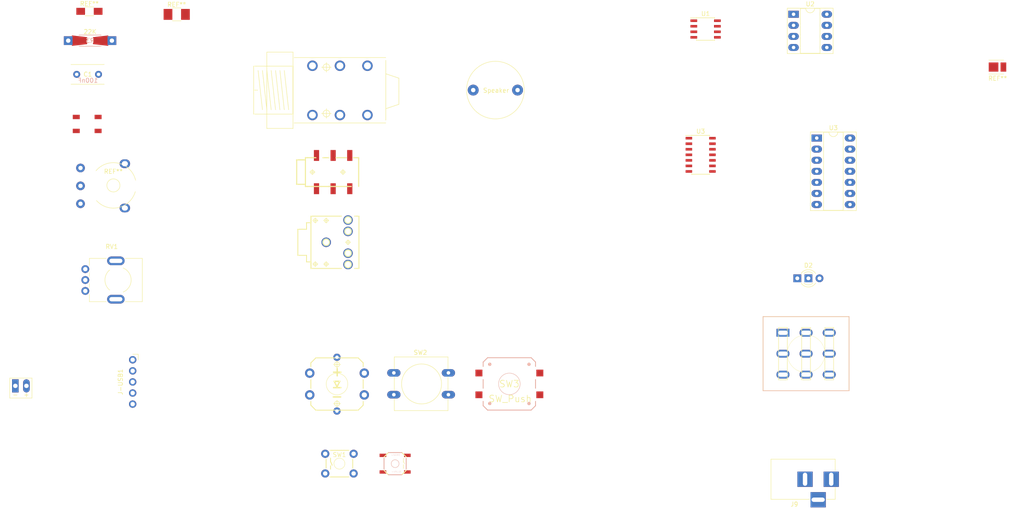
<source format=kicad_pcb>
(kicad_pcb (version 4) (host pcbnew 4.0.7-e0-6372~58~ubuntu16.04.1)

  (general
    (links 0)
    (no_connects 0)
    (area 26.933808 25.965 261.658572 142.955001)
    (thickness 1.6)
    (drawings 0)
    (tracks 0)
    (zones 0)
    (modules 26)
    (nets 1)
  )

  (page A4)
  (layers
    (0 F.Cu signal)
    (31 B.Cu signal)
    (32 B.Adhes user)
    (33 F.Adhes user)
    (34 B.Paste user)
    (35 F.Paste user)
    (36 B.SilkS user)
    (37 F.SilkS user)
    (38 B.Mask user)
    (39 F.Mask user)
    (40 Dwgs.User user)
    (41 Cmts.User user)
    (42 Eco1.User user)
    (43 Eco2.User user)
    (44 Edge.Cuts user)
    (45 Margin user)
    (46 B.CrtYd user)
    (47 F.CrtYd user)
    (48 B.Fab user)
    (49 F.Fab user)
  )

  (setup
    (last_trace_width 0.25)
    (trace_clearance 0.2)
    (zone_clearance 0.508)
    (zone_45_only no)
    (trace_min 0.2)
    (segment_width 0.2)
    (edge_width 0.15)
    (via_size 0.6)
    (via_drill 0.4)
    (via_min_size 0.4)
    (via_min_drill 0.3)
    (uvia_size 0.3)
    (uvia_drill 0.1)
    (uvias_allowed no)
    (uvia_min_size 0.2)
    (uvia_min_drill 0.1)
    (pcb_text_width 0.3)
    (pcb_text_size 1.5 1.5)
    (mod_edge_width 0.15)
    (mod_text_size 1 1)
    (mod_text_width 0.15)
    (pad_size 1.524 1.524)
    (pad_drill 0.762)
    (pad_to_mask_clearance 0.2)
    (aux_axis_origin 0 0)
    (visible_elements FFFFFF7F)
    (pcbplotparams
      (layerselection 0x00030_80000001)
      (usegerberextensions false)
      (excludeedgelayer true)
      (linewidth 0.100000)
      (plotframeref false)
      (viasonmask false)
      (mode 1)
      (useauxorigin false)
      (hpglpennumber 1)
      (hpglpenspeed 20)
      (hpglpendiameter 15)
      (hpglpenoverlay 2)
      (psnegative false)
      (psa4output false)
      (plotreference true)
      (plotvalue true)
      (plotinvisibletext false)
      (padsonsilk false)
      (subtractmaskfromsilk false)
      (outputformat 1)
      (mirror false)
      (drillshape 0)
      (scaleselection 1)
      (outputdirectory ""))
  )

  (net 0 "")

  (net_class Default "This is the default net class."
    (clearance 0.2)
    (trace_width 0.25)
    (via_dia 0.6)
    (via_drill 0.4)
    (uvia_dia 0.3)
    (uvia_drill 0.1)
  )

  (module 8BitMixtape_DIY-CAD:AUDIO-Jack_3.5mm_5Pin (layer F.Cu) (tedit 5B570C47) (tstamp 5B5741EA)
    (at 101.73128 81.64936)
    (descr "KIT FOOTPRINT FOR 1/8\" AUDIO JACK.")
    (tags "KIT FOOTPRINT FOR 1/8\" AUDIO JACK.")
    (attr virtual)
    (fp_text reference J3 (at -0.254 -2.7432) (layer Eco2.User)
      (effects (font (thickness 0.0254)))
    )
    (fp_text value "" (at -0.21128 -1.81936) (layer Dwgs.User)
      (effects (font (size 0.4064 0.4064) (thickness 0.0254)))
    )
    (fp_line (start 7.49808 -5.99948) (end 7.49808 5.99948) (layer F.SilkS) (width 0.2032))
    (fp_line (start -3.49758 -5.99948) (end -3.49758 -4.49834) (layer F.SilkS) (width 0.2032))
    (fp_line (start -3.49758 4.49834) (end -3.49758 5.99948) (layer F.SilkS) (width 0.2032))
    (fp_line (start -4.49834 -4.49834) (end -4.49834 -2.99974) (layer F.SilkS) (width 0.2032))
    (fp_line (start -4.49834 2.99974) (end -4.49834 4.49834) (layer F.SilkS) (width 0.2032))
    (fp_line (start -4.49834 4.49834) (end -3.49758 4.49834) (layer F.SilkS) (width 0.2032))
    (fp_line (start -4.49834 -4.49834) (end -3.49758 -4.49834) (layer F.SilkS) (width 0.2032))
    (fp_line (start -6.49986 -2.99974) (end -6.49986 2.99974) (layer F.SilkS) (width 0.2032))
    (fp_line (start -6.49986 2.99974) (end -4.49834 2.99974) (layer F.SilkS) (width 0.2032))
    (fp_line (start -6.49986 -2.99974) (end -4.49834 -2.99974) (layer F.SilkS) (width 0.2032))
    (fp_line (start -3.49758 -5.99948) (end 3.49758 -5.99948) (layer F.SilkS) (width 0.2032))
    (fp_line (start 7.49808 -5.99948) (end 6.49986 -5.99948) (layer F.SilkS) (width 0.2032))
    (fp_line (start -3.49758 -5.99948) (end -3.49758 5.99948) (layer F.SilkS) (width 0.2032))
    (fp_line (start -3.49758 5.99948) (end 3.49758 5.99948) (layer F.SilkS) (width 0.2032))
    (fp_line (start 7.49808 5.99948) (end 6.49986 5.99948) (layer F.SilkS) (width 0.2032))
    (fp_circle (center 0 0) (end -0.3302 0.3302) (layer F.SilkS) (width 0))
    (fp_circle (center 4.99872 -5.09778) (end 5.32892 -5.42798) (layer F.SilkS) (width 0))
    (fp_circle (center 4.99872 -2.49936) (end 5.32892 -2.82956) (layer F.SilkS) (width 0))
    (fp_circle (center 4.99872 2.49936) (end 5.32892 2.82956) (layer F.SilkS) (width 0))
    (fp_circle (center 4.99872 5.09778) (end 5.32892 5.42798) (layer F.SilkS) (width 0))
    (fp_circle (center 0 0) (end -0.6096 0.6096) (layer F.SilkS) (width 0))
    (fp_circle (center 4.99872 -5.09778) (end 5.60832 -5.70738) (layer F.SilkS) (width 0))
    (fp_circle (center 4.99872 5.09778) (end 5.60832 5.70738) (layer F.SilkS) (width 0))
    (fp_circle (center 4.99872 2.49936) (end 5.60832 3.10896) (layer F.SilkS) (width 0))
    (fp_circle (center 4.99872 -2.49936) (end 5.60832 -3.10896) (layer F.SilkS) (width 0))
    (fp_circle (center 0 -4.99872) (end -0.29972 -5.29844) (layer F.SilkS) (width 0.127))
    (fp_line (start -0.59944 -4.99872) (end 0.59944 -4.99872) (layer F.SilkS) (width 0.127))
    (fp_line (start 0 -4.39928) (end 0 -5.59816) (layer F.SilkS) (width 0.127))
    (fp_circle (center -2.49936 -4.99872) (end -2.79908 -5.29844) (layer F.SilkS) (width 0.127))
    (fp_line (start -3.0988 -4.99872) (end -1.89992 -4.99872) (layer F.SilkS) (width 0.127))
    (fp_line (start -2.49936 -4.39928) (end -2.49936 -5.59816) (layer F.SilkS) (width 0.127))
    (fp_circle (center -2.49936 4.99872) (end -2.79908 5.29844) (layer F.SilkS) (width 0.127))
    (fp_line (start -3.0988 4.99872) (end -1.89992 4.99872) (layer F.SilkS) (width 0.127))
    (fp_line (start -2.49936 5.59816) (end -2.49936 4.39928) (layer F.SilkS) (width 0.127))
    (fp_circle (center 0 4.99872) (end -0.29972 5.29844) (layer F.SilkS) (width 0.127))
    (fp_line (start -0.59944 4.99872) (end 0.59944 4.99872) (layer F.SilkS) (width 0.127))
    (fp_line (start 0 5.59816) (end 0 4.39928) (layer F.SilkS) (width 0.127))
    (fp_circle (center 4.99872 0) (end 5.29844 0.29972) (layer F.SilkS) (width 0.127))
    (fp_line (start 4.39928 0) (end 5.59816 0) (layer F.SilkS) (width 0.127))
    (fp_line (start 4.99872 0.59944) (end 4.99872 -0.59944) (layer F.SilkS) (width 0.127))
    (pad 3 thru_hole circle (at 4.99872 -5.09778) (size 2.18186 2.18186) (drill 1.29794) (layers *.Cu *.Mask))
    (pad 6 thru_hole circle (at 4.99872 -2.49936) (size 2.18186 2.18186) (drill 1.29794) (layers *.Cu *.Mask))
    (pad 1 thru_hole circle (at 0 0) (size 2.18186 2.18186) (drill 1.29794) (layers *.Cu *.Mask))
    (pad 2 thru_hole circle (at 4.99872 5.09778) (size 2.18186 2.18186) (drill 1.29794) (layers *.Cu *.Mask))
    (pad 5 thru_hole circle (at 4.99872 2.49936) (size 2.18186 2.18186) (drill 1.29794) (layers *.Cu *.Mask))
  )

  (module 8BitMixtape_DIY-CAD:AUDIO-JACK-3.5mm_SMD (layer F.Cu) (tedit 5B570C1B) (tstamp 5B5740F5)
    (at 96.97 65.55)
    (attr smd)
    (fp_text reference J2 (at 5.08 -1.27) (layer Dwgs.User)
      (effects (font (thickness 0.15)))
    )
    (fp_text value "" (at 6.35 1.27) (layer Dwgs.User)
      (effects (font (size 1 1) (thickness 0.15)))
    )
    (fp_line (start 0.49784 3.29946) (end 10.49782 3.29946) (layer F.SilkS) (width 0.254))
    (fp_line (start 12.19962 -3.29946) (end 12.19962 3.29946) (layer F.SilkS) (width 0.254))
    (fp_line (start 12.19962 -3.29946) (end 10.9982 -3.29946) (layer F.SilkS) (width 0.254))
    (fp_line (start 0.49784 -3.29946) (end 0 -3.29946) (layer F.SilkS) (width 0.254))
    (fp_line (start 0 -3.29946) (end 0 -2.79908) (layer F.SilkS) (width 0.254))
    (fp_line (start 0 -2.79908) (end 0 2.79908) (layer F.SilkS) (width 0.254))
    (fp_line (start 0 2.79908) (end 0 3.29946) (layer F.SilkS) (width 0.254))
    (fp_line (start 0 3.29946) (end 0.49784 3.29946) (layer F.SilkS) (width 0.254))
    (fp_line (start 0 -2.79908) (end -1.99898 -2.79908) (layer F.SilkS) (width 0.254))
    (fp_line (start -1.99898 -2.79908) (end -1.99898 2.79908) (layer F.SilkS) (width 0.254))
    (fp_line (start -1.99898 2.79908) (end 0 2.79908) (layer F.SilkS) (width 0.254))
    (fp_line (start 6.9977 -3.29946) (end 9.398 -3.29946) (layer F.SilkS) (width 0.254))
    (fp_line (start 3.99796 -3.29946) (end 5.3975 -3.29946) (layer F.SilkS) (width 0.254))
    (fp_line (start 0.49784 -3.29946) (end 2.39776 -3.29946) (layer F.SilkS) (width 0.254))
    (fp_circle (center 1.59766 0) (end 1.89738 0.29972) (layer F.SilkS) (width 0.127))
    (fp_line (start 0.99822 0) (end 2.19964 0) (layer F.SilkS) (width 0.127))
    (fp_line (start 1.59766 0.59944) (end 1.59766 -0.59944) (layer F.SilkS) (width 0.127))
    (fp_circle (center 8.5979 0) (end 8.89762 0.29972) (layer F.SilkS) (width 0.127))
    (fp_line (start 7.99846 0) (end 9.19988 0) (layer F.SilkS) (width 0.127))
    (fp_line (start 8.5979 0.59944) (end 8.5979 -0.59944) (layer F.SilkS) (width 0.127))
    (pad 1 smd rect (at 2.54 -3.81) (size 1.19888 2.49936) (layers F.Cu F.Paste F.Mask))
    (pad 3 smd rect (at 6.35 -3.81) (size 1.19888 2.49936) (layers F.Cu F.Paste F.Mask))
    (pad 2 smd rect (at 10.16 -3.81) (size 1.19888 2.49936) (layers F.Cu F.Paste F.Mask))
    (pad R smd rect (at 6.35 3.81) (size 1.19888 2.49936) (layers F.Cu F.Paste F.Mask))
    (pad S smd rect (at 2.54 3.81) (size 1.19888 2.49936) (layers F.Cu F.Paste F.Mask))
    (pad T smd rect (at 10.16 3.81) (size 1.19888 2.49936) (layers F.Cu F.Paste F.Mask))
  )

  (module 8BitMixtape_DIY-CAD:AUDIO-6.5mm-JACK_Stereo_switched (layer F.Cu) (tedit 5B570C17) (tstamp 5B574019)
    (at 94.38218 45.52056)
    (attr virtual)
    (fp_text reference J1 (at 7.112 3.81) (layer Eco2.User)
      (effects (font (size 1.778 1.778) (thickness 0.1524)))
    )
    (fp_text value "" (at 10.922 1.016) (layer F.SilkS)
      (effects (font (size 1.2 1.2) (thickness 0.1524)))
    )
    (fp_line (start 0 8.76808) (end 20.99818 8.76808) (layer F.SilkS) (width 0.127))
    (fp_line (start 20.99818 8.128256) (end 20.99818 -5.589306) (layer F.SilkS) (width 0.127))
    (fp_line (start 20.99818 -6.22808) (end 0 -6.22808) (layer F.SilkS) (width 0.127))
    (fp_line (start 23.99792 1.49606) (end 23.99792 -1.50368) (layer F.SilkS) (width 0.127))
    (fp_line (start 23.99792 1.49606) (end 23.99792 4.49326) (layer F.SilkS) (width 0.127))
    (fp_line (start -9.25322 -4.25958) (end -0.254 -4.25958) (layer F.SilkS) (width 0.127))
    (fp_line (start -0.254 -4.25958) (end -0.254 6.73862) (layer F.SilkS) (width 0.127))
    (fp_line (start -0.254 6.73862) (end -9.25322 6.73862) (layer F.SilkS) (width 0.127))
    (fp_line (start -9.25322 6.73862) (end -9.25322 1.24206) (layer F.SilkS) (width 0.127))
    (fp_line (start -9.25322 1.24206) (end -9.25322 -4.25958) (layer F.SilkS) (width 0.127))
    (fp_line (start -8.25246 -3.25882) (end -7.2517 5.73786) (layer F.SilkS) (width 0.127))
    (fp_line (start -7.2517 -3.25882) (end -6.25348 5.73786) (layer F.SilkS) (width 0.127))
    (fp_line (start -6.25348 -3.25882) (end -5.25272 5.73786) (layer F.SilkS) (width 0.127))
    (fp_line (start -5.25272 -3.25882) (end -4.25196 5.73786) (layer F.SilkS) (width 0.127))
    (fp_line (start -4.25196 -3.25882) (end -3.25374 5.73786) (layer F.SilkS) (width 0.127))
    (fp_line (start -3.25374 -3.25882) (end -2.25298 5.73786) (layer F.SilkS) (width 0.127))
    (fp_line (start -2.25298 -3.25882) (end -1.25222 5.73786) (layer F.SilkS) (width 0.127))
    (fp_line (start 23.99792 -1.50368) (end 20.99818 -2.50444) (layer F.SilkS) (width 0.127))
    (fp_line (start 23.99792 4.49326) (end 20.99818 5.49148) (layer F.SilkS) (width 0.127))
    (fp_line (start -9.25322 1.24206) (end -8.35152 1.24206) (layer F.SilkS) (width 0.127))
    (fp_line (start -6.25348 -7.47776) (end -0.254 -7.47776) (layer F.SilkS) (width 0.127))
    (fp_line (start -6.25348 10.01776) (end -0.254 10.01776) (layer F.SilkS) (width 0.127))
    (fp_line (start -6.25348 -7.47776) (end -6.25348 10.01776) (layer F.SilkS) (width 0.127))
    (fp_line (start -0.254 -7.47776) (end -0.254 10.01776) (layer F.SilkS) (width 0.127))
    (fp_circle (center 7.39902 -3.99796) (end 7.94766 -4.5466) (layer F.SilkS) (width 0.127))
    (fp_line (start 6.2992 -3.99796) (end 8.49884 -3.99796) (layer F.SilkS) (width 0.127))
    (fp_line (start 7.39902 -2.89814) (end 7.39902 -5.09778) (layer F.SilkS) (width 0.127))
    (fp_circle (center 7.39902 6.59892) (end 7.94766 7.14756) (layer F.SilkS) (width 0.127))
    (fp_line (start 6.2992 6.59892) (end 8.49884 6.59892) (layer F.SilkS) (width 0.127))
    (fp_line (start 7.39902 7.69874) (end 7.39902 5.4991) (layer F.SilkS) (width 0.127))
    (pad 6 thru_hole circle (at 10.49782 6.94944) (size 2.39776 2.39776) (drill 1.59766) (layers *.Cu *.Mask))
    (pad 3 thru_hole circle (at 10.49782 -4.34848) (size 2.39776 2.39776) (drill 1.59766) (layers *.Cu *.Mask))
    (pad 4 thru_hole circle (at 4.19862 6.94944) (size 2.39776 2.39776) (drill 1.59766) (layers *.Cu *.Mask))
    (pad 1 thru_hole circle (at 4.19862 -4.34848) (size 2.39776 2.39776) (drill 1.59766) (layers *.Cu *.Mask))
    (pad 5 thru_hole circle (at 16.79956 6.94944) (size 2.39776 2.39776) (drill 1.59766) (layers *.Cu *.Mask))
    (pad 2 thru_hole circle (at 16.79956 -4.34848) (size 2.39776 2.39776) (drill 1.59766) (layers *.Cu *.Mask))
  )

  (module 8BitMixtape_Stomp:BUZZER (layer F.Cu) (tedit 5B560BF6) (tstamp 5B575045)
    (at 140.49 46.75)
    (fp_text reference LS1 (at 0.24892 -1.75006) (layer Eco2.User)
      (effects (font (size 1 1) (thickness 0.15)))
    )
    (fp_text value Speaker (at 0.15 0.08) (layer F.SilkS)
      (effects (font (size 1 1) (thickness 0.15)))
    )
    (fp_circle (center 0 0) (end 6.604 0) (layer F.SilkS) (width 0.12))
    (pad 2 thru_hole circle (at 5.08 0) (size 2.49936 2.49936) (drill 1.00076) (layers *.Cu *.Mask))
    (pad 1 thru_hole circle (at -5.08 0) (size 2.49936 2.49936) (drill 1.00076) (layers *.Cu *.Mask))
  )

  (module 8BitMixtape_Stomp:TACTILE-PTH-LED-12MM (layer F.Cu) (tedit 5B48F37A) (tstamp 5B57587E)
    (at 104.21 114.15)
    (attr virtual)
    (fp_text reference SW3 (at -3.81 0 90) (layer Dwgs.User)
      (effects (font (thickness 0.15)))
    )
    (fp_text value SW_Push (at 2.72034 -0.01778 90) (layer Dwgs.User)
      (effects (font (thickness 0.15)))
    )
    (fp_line (start -5.99948 -3.99796) (end -5.99948 -4.84886) (layer F.SilkS) (width 0.2032))
    (fp_line (start -4.84886 -5.99948) (end 4.84886 -5.99948) (layer F.SilkS) (width 0.2032))
    (fp_line (start 5.99948 -4.84886) (end 5.99948 -3.99796) (layer F.SilkS) (width 0.2032))
    (fp_line (start 5.99948 -0.99822) (end 5.99948 0.99822) (layer F.SilkS) (width 0.2032))
    (fp_line (start 5.99948 3.99796) (end 5.99948 4.84886) (layer F.SilkS) (width 0.2032))
    (fp_line (start 4.84886 5.99948) (end -4.84886 5.99948) (layer F.SilkS) (width 0.2032))
    (fp_line (start -5.99948 4.84886) (end -5.99948 3.99796) (layer F.SilkS) (width 0.2032))
    (fp_line (start -5.99948 0.99822) (end -5.99948 -0.99822) (layer F.SilkS) (width 0.2032))
    (fp_line (start 4.84886 -5.99948) (end 5.99948 -4.84886) (layer F.SilkS) (width 0.2032))
    (fp_line (start -5.99948 -4.84886) (end -4.84886 -5.99948) (layer F.SilkS) (width 0.2032))
    (fp_line (start -4.84886 5.99948) (end -5.99948 4.84886) (layer F.SilkS) (width 0.2032))
    (fp_line (start 5.99948 4.84886) (end 4.84886 5.99948) (layer F.SilkS) (width 0.2032))
    (fp_line (start 0.635 -0.635) (end 0 -0.635) (layer F.SilkS) (width 0.3048))
    (fp_line (start 0 -0.635) (end -0.635 -0.635) (layer F.SilkS) (width 0.3048))
    (fp_line (start -0.635 -0.635) (end 0 0.635) (layer F.SilkS) (width 0.3048))
    (fp_line (start 0 0.635) (end 0.635 -0.635) (layer F.SilkS) (width 0.3048))
    (fp_circle (center 0 0) (end -1.74752 1.74752) (layer F.SilkS) (width 0.1016))
    (fp_circle (center 0 -4.49834) (end -0.39878 -4.89712) (layer F.SilkS) (width 0.127))
    (fp_line (start -0.79756 -4.49834) (end 0.79756 -4.49834) (layer F.SilkS) (width 0.127))
    (fp_line (start 0 -3.69824) (end 0 -5.29844) (layer F.SilkS) (width 0.127))
    (fp_circle (center 0 4.49834) (end -0.39878 4.89712) (layer F.SilkS) (width 0.127))
    (fp_line (start -0.79756 4.49834) (end 0.79756 4.49834) (layer F.SilkS) (width 0.127))
    (fp_line (start 0 5.29844) (end 0 3.69824) (layer F.SilkS) (width 0.127))
    (fp_text user + (at 0.04318 -2.87782) (layer F.SilkS)
      (effects (font (size 2.18186 2.18186) (thickness 0.3302)))
    )
    (fp_text user - (at -0.00762 2.79908) (layer F.SilkS)
      (effects (font (size 2.18186 2.18186) (thickness 0.3302)))
    )
    (fp_text user - (at 0.04318 0.66548) (layer F.SilkS)
      (effects (font (size 2.18186 2.18186) (thickness 0.3302)))
    )
    (pad 1 thru_hole circle (at -6.2484 -2.49936) (size 2.159 2.159) (drill 1.19888) (layers *.Cu *.Mask))
    (pad 1 thru_hole circle (at 6.2484 -2.49936) (size 2.159 2.159) (drill 1.19888) (layers *.Cu *.Mask))
    (pad 2 thru_hole circle (at -6.2484 2.49936) (size 2.159 2.159) (drill 1.19888) (layers *.Cu *.Mask))
    (pad 2 thru_hole circle (at 6.2484 2.49936) (size 2.159 2.159) (drill 1.19888) (layers *.Cu *.Mask))
    (pad A thru_hole circle (at -0.01524 -6.13918) (size 1.6764 1.6764) (drill 0.79756) (layers *.Cu *.Mask))
    (pad C thru_hole circle (at -0.01524 6.19252) (size 1.6764 1.6764) (drill 0.79756) (layers *.Cu *.Mask))
  )

  (module 8BitMixtape_Stomp:TACTILE-PTH_6mm (layer F.Cu) (tedit 5B56173A) (tstamp 5B57609D)
    (at 104.76 132.4)
    (descr "OMRON SWITCH")
    (tags "OMRON SWITCH")
    (attr virtual)
    (fp_text reference SW1 (at 0 -2.032) (layer F.SilkS)
      (effects (font (size 1 1) (thickness 0.127)))
    )
    (fp_text value SW_Push (at -5.25 0.14 90) (layer Eco2.User)
      (effects (font (size 1 1) (thickness 0.15)))
    )
    (fp_line (start 2.159 -3.048) (end -2.159 -3.048) (layer F.SilkS) (width 0.2032))
    (fp_line (start -2.159 3.048) (end 2.159 3.048) (layer F.SilkS) (width 0.2032))
    (fp_line (start 3.048 -0.99568) (end 3.048 1.016) (layer F.SilkS) (width 0.2032))
    (fp_line (start -3.048 -1.02616) (end -3.048 1.016) (layer F.SilkS) (width 0.2032))
    (fp_line (start -2.032 -1.27) (end -2.032 -0.508) (layer F.SilkS) (width 0.2032))
    (fp_line (start -2.032 0.508) (end -2.032 1.27) (layer F.SilkS) (width 0.2032))
    (fp_line (start -2.032 -0.508) (end -1.651 0.381) (layer F.SilkS) (width 0.2032))
    (fp_circle (center 0 0) (end -0.889 0.889) (layer F.SilkS) (width 0.1016))
    (pad 1 thru_hole circle (at -3.2512 -2.2606) (size 1.8796 1.8796) (drill 1.016) (layers *.Cu *.Mask))
    (pad 1 thru_hole circle (at 3.2512 -2.2606) (size 1.8796 1.8796) (drill 1.016) (layers *.Cu *.Mask))
    (pad 2 thru_hole circle (at -3.2512 2.2606) (size 1.8796 1.8796) (drill 1.016) (layers *.Cu *.Mask))
    (pad 2 thru_hole circle (at 3.2512 2.2606) (size 1.8796 1.8796) (drill 1.016) (layers *.Cu *.Mask))
  )

  (module 8BitMixtape_Stomp:Socket_Strip_USB (layer F.Cu) (tedit 5B560AFF) (tstamp 5B5768FB)
    (at 57.4 108.59)
    (descr "Through hole angled socket strip, 1x05, 2.54mm pitch, 8.51mm socket length, single row")
    (tags "Through hole angled socket strip THT 1x05 2.54mm single row")
    (fp_text reference J-USB1 (at -2.794 5.08 270) (layer F.SilkS)
      (effects (font (size 1 1) (thickness 0.15)))
    )
    (fp_text value CONN_01X05 (at -4.38 5.334 90) (layer F.Fab)
      (effects (font (size 1 1) (thickness 0.15)))
    )
    (fp_line (start 0 -0.32) (end 0 0.32) (layer F.Fab) (width 0.1))
    (fp_line (start 0 0.32) (end -1.52 0.32) (layer F.Fab) (width 0.1))
    (fp_line (start -1.52 -0.32) (end 0 -0.32) (layer F.Fab) (width 0.1))
    (fp_line (start 0 2.22) (end 0 2.86) (layer F.Fab) (width 0.1))
    (fp_line (start 0 2.86) (end -1.52 2.86) (layer F.Fab) (width 0.1))
    (fp_line (start -1.52 2.22) (end 0 2.22) (layer F.Fab) (width 0.1))
    (fp_line (start 0 4.76) (end 0 5.4) (layer F.Fab) (width 0.1))
    (fp_line (start 0 5.4) (end -1.52 5.4) (layer F.Fab) (width 0.1))
    (fp_line (start -1.52 4.76) (end 0 4.76) (layer F.Fab) (width 0.1))
    (fp_line (start 0 7.3) (end 0 7.94) (layer F.Fab) (width 0.1))
    (fp_line (start 0 7.94) (end -1.52 7.94) (layer F.Fab) (width 0.1))
    (fp_line (start -1.52 7.3) (end 0 7.3) (layer F.Fab) (width 0.1))
    (fp_line (start 0 9.84) (end 0 10.48) (layer F.Fab) (width 0.1))
    (fp_line (start 0 10.48) (end -1.52 10.48) (layer F.Fab) (width 0.1))
    (fp_line (start -1.52 9.84) (end 0 9.84) (layer F.Fab) (width 0.1))
    (fp_line (start 0 -1.27) (end 1.27 -1.27) (layer F.SilkS) (width 0.12))
    (fp_line (start 1.27 -1.27) (end 1.27 0) (layer F.SilkS) (width 0.12))
    (fp_line (start 1.8 -1.8) (end 1.8 11.95) (layer F.CrtYd) (width 0.05))
    (fp_line (start 1.8 11.95) (end -10.55 11.95) (layer F.CrtYd) (width 0.05))
    (fp_line (start -10.55 11.95) (end -10.55 -1.8) (layer F.CrtYd) (width 0.05))
    (fp_line (start -10.55 -1.8) (end 1.8 -1.8) (layer F.CrtYd) (width 0.05))
    (fp_text user %R (at 2.794 5.08 90) (layer F.Fab)
      (effects (font (size 1 1) (thickness 0.15)))
    )
    (pad 1 thru_hole circle (at 0 0) (size 1.7 1.7) (drill 1) (layers *.Cu *.Mask))
    (pad 2 thru_hole oval (at 0 2.54) (size 1.7 1.7) (drill 1) (layers *.Cu *.Mask))
    (pad 3 thru_hole oval (at 0 5.08) (size 1.7 1.7) (drill 1) (layers *.Cu *.Mask))
    (pad 4 thru_hole oval (at 0 7.62) (size 1.7 1.7) (drill 1) (layers *.Cu *.Mask))
    (pad 5 thru_hole oval (at 0 10.16) (size 1.7 1.7) (drill 1) (layers *.Cu *.Mask))
    (model ${KISYS3DMOD}/Socket_Strips.3dshapes/Socket_Strip_Angled_1x05_Pitch2.54mm.wrl
      (at (xyz 0 -0.2 0))
      (scale (xyz 1 1 1))
      (rotate (xyz 0 0 270))
    )
  )

  (module 8BitMixtape_Stomp:SW_PUSH-12mm_3D (layer F.Cu) (tedit 592546E6) (tstamp 5B57762A)
    (at 123.59 114.13)
    (descr "SW PUSH 12mm https://www.e-switch.com/system/asset/product_line/data_sheet/143/TL1100.pdf")
    (tags "tact sw push 12mm")
    (fp_text reference SW2 (at -0.2827 -7.2) (layer F.SilkS)
      (effects (font (size 1 1) (thickness 0.15)))
    )
    (fp_text value SW_Push (at 0.2573 7.39) (layer F.Fab)
      (effects (font (size 1 1) (thickness 0.15)))
    )
    (fp_line (start -6.1127 5.96) (end 5.8873 5.96) (layer F.Fab) (width 0.1))
    (fp_line (start -6.1127 -6.04) (end 5.8873 -6.04) (layer F.Fab) (width 0.1))
    (fp_line (start 5.8873 -6.04) (end 5.8873 5.96) (layer F.Fab) (width 0.1))
    (fp_text user %R (at -0.0127 0) (layer F.Fab)
      (effects (font (size 1 1) (thickness 0.15)))
    )
    (fp_line (start -6.2627 -6.19) (end 6.0373 -6.19) (layer F.SilkS) (width 0.12))
    (fp_line (start 6.0373 -1.61) (end 6.0373 1.53) (layer F.SilkS) (width 0.12))
    (fp_line (start 6.0373 6.11) (end -6.2627 6.11) (layer F.SilkS) (width 0.12))
    (fp_line (start -6.2627 -3.47) (end -6.2627 -6.19) (layer F.SilkS) (width 0.12))
    (fp_line (start -8.1327 -6.29) (end 7.8873 -6.29) (layer F.CrtYd) (width 0.05))
    (fp_line (start -8.1327 -6.29) (end -8.1327 6.21) (layer F.CrtYd) (width 0.05))
    (fp_line (start 7.8873 6.21) (end 7.8873 -6.29) (layer F.CrtYd) (width 0.05))
    (fp_line (start 7.8873 6.21) (end -8.1327 6.21) (layer F.CrtYd) (width 0.05))
    (fp_circle (center -0.0127 0) (end 3.7973 2.54) (layer F.SilkS) (width 0.12))
    (fp_line (start -6.1127 -6.04) (end -6.1127 5.96) (layer F.Fab) (width 0.1))
    (fp_line (start -6.2627 6.11) (end -6.2627 3.39) (layer F.SilkS) (width 0.12))
    (fp_line (start -6.2627 1.53) (end -6.2627 -1.61) (layer F.SilkS) (width 0.12))
    (fp_line (start 6.0373 3.39) (end 6.0373 6.11) (layer F.SilkS) (width 0.12))
    (fp_line (start 6.0373 -6.19) (end 6.0373 -3.47) (layer F.SilkS) (width 0.12))
    (pad 1 thru_hole oval (at 6.1373 -2.54) (size 3.048 1.7272) (drill 0.8128) (layers *.Cu *.Mask))
    (pad 2 thru_hole oval (at 6.1373 2.46) (size 3.048 1.7272) (drill 0.8128) (layers *.Cu *.Mask))
    (pad 1 thru_hole oval (at -6.3627 -2.54) (size 3.048 1.7272) (drill 0.8128) (layers *.Cu *.Mask))
    (pad 2 thru_hole oval (at -6.3627 2.46) (size 3.048 1.7272) (drill 0.8128) (layers *.Cu *.Mask))
    (model ${KISYS3DMOD}/Buttons_Switches_THT.3dshapes/SW_PUSH-12mm.wrl
      (at (xyz 0.248 -0.1 0))
      (scale (xyz 3.93701 3.93701 3.93701))
      (rotate (xyz 0 0 0))
    )
  )

  (module 8BitMixtape_Stomp:Resistor_SMD+THTuniversal (layer F.Cu) (tedit 5B5613AD) (tstamp 5B577E57)
    (at 47.64 35.41)
    (descr "Resistor, SMD and THT, universal, 0805 to 1206,RM10,  Hand soldering,")
    (tags "Resistor, SMD and THT, universal, 0805 to 1206, RM10, Hand soldering,")
    (fp_text reference R3 (at 0 0) (layer B.SilkS)
      (effects (font (size 1 1) (thickness 0.15)) (justify mirror))
    )
    (fp_text value 22K (at 0 -2.032) (layer F.SilkS)
      (effects (font (size 1 1) (thickness 0.15)))
    )
    (fp_line (start -2.54 -1.27) (end 2.54 -1.27) (layer B.SilkS) (width 0.15))
    (fp_line (start -2.54 1.27) (end 2.54 1.27) (layer B.SilkS) (width 0.15))
    (pad 1 smd trapezoid (at -2.413 0) (size 3.50012 1.99898) (rect_delta 0.39878 0 ) (layers F.Cu F.Paste F.Mask))
    (pad 2 smd trapezoid (at 2.413 0 180) (size 3.50012 1.99898) (rect_delta 0.39878 0 ) (layers F.Cu F.Paste F.Mask))
    (pad 1 thru_hole rect (at -5.00126 0 180) (size 1.99898 1.99898) (drill 1.00076) (layers *.Cu *.Mask))
    (pad 2 thru_hole rect (at 5.00126 0 180) (size 1.99898 1.99898) (drill 1.00076) (layers *.Cu *.Mask))
  )

  (module 8BitMixtape_Stomp:Mixtape_Pot_Alps_RK09K_Horizontal (layer F.Cu) (tedit 5B475460) (tstamp 5B5786DA)
    (at 46.55 92.8)
    (descr "Potentiometer, horizontally mounted, Omeg PC16PU, Omeg PC16PU, Omeg PC16PU, Vishay/Spectrol 248GJ/249GJ Single, Vishay/Spectrol 248GJ/249GJ Single, Vishay/Spectrol 248GJ/249GJ Single, Vishay/Spectrol 248GH/249GH Single, Vishay/Spectrol 148/149 Single, Vishay/Spectrol 148/149 Single, Vishay/Spectrol 148/149 Single, Vishay/Spectrol 148A/149A Single with mounting plates, Vishay/Spectrol 148/149 Double, Vishay/Spectrol 148A/149A Double with mounting plates, Piher PC-16 Single, Piher PC-16 Single, Piher PC-16 Single, Piher PC-16SV Single, Piher PC-16 Double, Piher PC-16 Triple, Piher T16H Single, Piher T16L Single, Piher T16H Double, Alps RK163 Single, Alps RK163 Double, Alps RK097 Single, Alps RK097 Double, Bourns PTV09A-2 Single with mounting sleve Single, Bourns PTV09A-1 with mounting sleve Single, Bourns PRS11S Single, Alps RK09K Single with mounting sleve Single, Alps RK09K with mounting sleve Single, http://www.alps.com/prod/info/E/HTML/Potentiometer/RotaryPotentiometers/RK09K/RK09D1130C1B.html")
    (tags "Potentiometer horizontal  Omeg PC16PU  Omeg PC16PU  Omeg PC16PU  Vishay/Spectrol 248GJ/249GJ Single  Vishay/Spectrol 248GJ/249GJ Single  Vishay/Spectrol 248GJ/249GJ Single  Vishay/Spectrol 248GH/249GH Single  Vishay/Spectrol 148/149 Single  Vishay/Spectrol 148/149 Single  Vishay/Spectrol 148/149 Single  Vishay/Spectrol 148A/149A Single with mounting plates  Vishay/Spectrol 148/149 Double  Vishay/Spectrol 148A/149A Double with mounting plates  Piher PC-16 Single  Piher PC-16 Single  Piher PC-16 Single  Piher PC-16SV Single  Piher PC-16 Double  Piher PC-16 Triple  Piher T16H Single  Piher T16L Single  Piher T16H Double  Alps RK163 Single  Alps RK163 Double  Alps RK097 Single  Alps RK097 Double  Bourns PTV09A-2 Single with mounting sleve Single  Bourns PTV09A-1 with mounting sleve Single  Bourns PRS11S Single  Alps RK09K Single with mounting sleve Single  Alps RK09K with mounting sleve Single")
    (fp_text reference RV1 (at 6.05 -10.15) (layer F.SilkS)
      (effects (font (size 1 1) (thickness 0.15)))
    )
    (fp_text value "POT 10K lin" (at 6.05 5.15) (layer F.Fab)
      (effects (font (size 1 1) (thickness 0.15)))
    )
    (fp_arc (start 7.5 -2.5) (end 8.673 0.262) (angle -134) (layer F.SilkS) (width 0.12))
    (fp_arc (start 7.5 -2.5) (end 5.572 -4.798) (angle -100) (layer F.SilkS) (width 0.12))
    (fp_circle (center 7.5 -2.5) (end 10.75 -2.5) (layer F.Fab) (width 0.1))
    (fp_circle (center 7.5 -2.5) (end 10.5 -2.5) (layer F.Fab) (width 0.1))
    (fp_line (start 1 -7.4) (end 1 2.4) (layer F.Fab) (width 0.1))
    (fp_line (start 1 2.4) (end 13 2.4) (layer F.Fab) (width 0.1))
    (fp_line (start 13 2.4) (end 13 -7.4) (layer F.Fab) (width 0.1))
    (fp_line (start 13 -7.4) (end 1 -7.4) (layer F.Fab) (width 0.1))
    (fp_line (start 0.94 -7.461) (end 4.806 -7.461) (layer F.SilkS) (width 0.12))
    (fp_line (start 9.195 -7.461) (end 13.06 -7.461) (layer F.SilkS) (width 0.12))
    (fp_line (start 0.94 2.46) (end 4.806 2.46) (layer F.SilkS) (width 0.12))
    (fp_line (start 9.195 2.46) (end 13.06 2.46) (layer F.SilkS) (width 0.12))
    (fp_line (start 0.94 -7.461) (end 0.94 -5.825) (layer F.SilkS) (width 0.12))
    (fp_line (start 0.94 -4.175) (end 0.94 -3.325) (layer F.SilkS) (width 0.12))
    (fp_line (start 0.94 -1.675) (end 0.94 -0.825) (layer F.SilkS) (width 0.12))
    (fp_line (start 0.94 0.825) (end 0.94 2.46) (layer F.SilkS) (width 0.12))
    (fp_line (start 13.06 -7.461) (end 13.06 2.46) (layer F.SilkS) (width 0.12))
    (fp_line (start -1.15 -9.15) (end -1.15 4.15) (layer F.CrtYd) (width 0.05))
    (fp_line (start -1.15 4.15) (end 13.25 4.15) (layer F.CrtYd) (width 0.05))
    (fp_line (start 13.25 4.15) (end 13.25 -9.15) (layer F.CrtYd) (width 0.05))
    (fp_line (start 13.25 -9.15) (end -1.15 -9.15) (layer F.CrtYd) (width 0.05))
    (pad 3 thru_hole circle (at 0 -5) (size 1.8 1.8) (drill 1) (layers *.Cu *.Mask))
    (pad 2 thru_hole circle (at 0 -2.5) (size 1.8 1.8) (drill 1) (layers *.Cu *.Mask))
    (pad 1 thru_hole circle (at 0 0) (size 1.8 1.8) (drill 1) (layers *.Cu *.Mask))
    (pad "" np_thru_hole oval (at 7 -6.9) (size 4 2) (drill oval 3 1) (layers *.Cu *.Mask))
    (pad "" np_thru_hole oval (at 7 1.9) (size 4 2) (drill oval 3 1) (layers *.Cu *.Mask))
    (model Potentiometers.3dshapes/Potentiometer_Alps_RK09K_Horizontal.wrl
      (at (xyz 0 0 0))
      (scale (xyz 0.393701 0.393701 0.393701))
      (rotate (xyz 0 0 0))
    )
  )

  (module 8BitMixtape_Stomp:Mixtape_NEO_WS2812B (layer F.Cu) (tedit 5B1E3B49) (tstamp 5B578EF7)
    (at 46.98 54.51)
    (descr http://www.world-semi.com/uploads/soft/150522/1-150522091P5.pdf)
    (tags "LED NeoPixel")
    (attr smd)
    (fp_text reference "" (at 0 6.35) (layer F.SilkS)
      (effects (font (size 1 1) (thickness 0.15)))
    )
    (fp_text value NEO (at 0 0) (layer F.Fab)
      (effects (font (size 1 1) (thickness 0.15)))
    )
    (fp_line (start 3.75 -2.85) (end -3.75 -2.85) (layer F.CrtYd) (width 0.05))
    (fp_line (start 3.75 2.85) (end 3.75 -2.85) (layer F.CrtYd) (width 0.05))
    (fp_line (start -3.75 2.85) (end 3.75 2.85) (layer F.CrtYd) (width 0.05))
    (fp_line (start -3.75 -2.85) (end -3.75 2.85) (layer F.CrtYd) (width 0.05))
    (fp_line (start 2.5 1.5) (end 1.5 2.5) (layer F.Fab) (width 0.1))
    (fp_line (start -2.5 -2.5) (end -2.5 2.5) (layer F.Fab) (width 0.1))
    (fp_line (start -2.5 2.5) (end 2.5 2.5) (layer F.Fab) (width 0.1))
    (fp_line (start 2.5 2.5) (end 2.5 -2.5) (layer F.Fab) (width 0.1))
    (fp_line (start 2.5 -2.5) (end -2.5 -2.5) (layer F.Fab) (width 0.1))
    (fp_circle (center 0 0) (end 0 -2) (layer F.Fab) (width 0.1))
    (pad 3 smd rect (at 2.5 1.6) (size 1.6 1) (layers F.Cu F.Paste F.Mask))
    (pad 4 smd rect (at 2.5 -1.6) (size 1.6 1) (layers F.Cu F.Paste F.Mask))
    (pad 2 smd rect (at -2.5 1.6) (size 1.6 1) (layers F.Cu F.Paste F.Mask))
    (pad 1 smd rect (at -2.5 -1.6) (size 1.6 1) (layers F.Cu F.Paste F.Mask))
    (model ${KISYS3DMOD}/LEDs.3dshapes/LED_WS2812B-PLCC4.wrl
      (at (xyz 0 0 0))
      (scale (xyz 0.39 0.39 0.39))
      (rotate (xyz 0 0 180))
    )
  )

  (module 8BitMixtape_Stomp:Capacitor (layer F.Cu) (tedit 5B561471) (tstamp 5B57976D)
    (at 44.58 43.14)
    (descr "C, Disc series, Radial, pin pitch=5.00mm, , diameter*width=7.5*4.4mm^2, Capacitor")
    (tags "C Disc series Radial pin pitch 5.00mm  diameter 7.5mm width 4.4mm Capacitor")
    (fp_text reference C1 (at 2.54 0) (layer F.SilkS)
      (effects (font (size 1 1) (thickness 0.15)))
    )
    (fp_text value 100nF (at 2.54 1.4) (layer B.SilkS)
      (effects (font (size 1 1) (thickness 0.15)) (justify mirror))
    )
    (fp_line (start -1.25 -2.2) (end -1.25 2.2) (layer F.Fab) (width 0.1))
    (fp_line (start -1.25 2.2) (end 6.25 2.2) (layer F.Fab) (width 0.1))
    (fp_line (start 6.25 2.2) (end 6.25 -2.2) (layer F.Fab) (width 0.1))
    (fp_line (start 6.25 -2.2) (end -1.25 -2.2) (layer F.Fab) (width 0.1))
    (fp_line (start -1.31 -2.26) (end 6.31 -2.26) (layer F.SilkS) (width 0.12))
    (fp_line (start -1.31 2.26) (end 6.31 2.26) (layer F.SilkS) (width 0.12))
    (fp_line (start -1.6 -2.55) (end -1.6 2.55) (layer F.CrtYd) (width 0.05))
    (fp_line (start -1.6 2.55) (end 6.6 2.55) (layer F.CrtYd) (width 0.05))
    (fp_line (start 6.6 2.55) (end 6.6 -2.55) (layer F.CrtYd) (width 0.05))
    (fp_line (start 6.6 -2.55) (end -1.6 -2.55) (layer F.CrtYd) (width 0.05))
    (fp_text user %R (at 2.5 0) (layer F.Fab)
      (effects (font (size 1 1) (thickness 0.15)))
    )
    (pad 1 thru_hole circle (at 0 0) (size 1.6 1.6) (drill 0.8) (layers *.Cu *.Mask))
    (pad 2 thru_hole circle (at 5 0) (size 1.6 1.6) (drill 0.8) (layers *.Cu *.Mask))
    (model ${KISYS3DMOD}/Capacitors_THT.3dshapes/C_Disc_D7.5mm_W4.4mm_P5.00mm.wrl
      (at (xyz 0 0 0))
      (scale (xyz 0.4 0.4 0.4))
      (rotate (xyz 0 0 0))
    )
  )

  (module 8BitMixtape_Stomp:Bat_connector+- (layer F.Cu) (tedit 5B5614CD) (tstamp 5B579F79)
    (at 30.52 114.57)
    (fp_text reference BT1 (at 1.27 -1.016) (layer Eco2.User)
      (effects (font (size 1 1) (thickness 0.15)))
    )
    (fp_text value Battery_Cell (at 1.09 -2.76) (layer F.Fab)
      (effects (font (size 1 1) (thickness 0.15)))
    )
    (fp_text user + (at 2.54 2.032) (layer F.SilkS)
      (effects (font (size 1 1) (thickness 0.15)))
    )
    (fp_text user - (at 0 2.032) (layer F.SilkS)
      (effects (font (size 1 1) (thickness 0.15)))
    )
    (fp_line (start 3.81 2.794) (end -1.27 2.794) (layer F.SilkS) (width 0.12))
    (fp_line (start -1.27 -1.778) (end 3.81 -1.778) (layer F.SilkS) (width 0.12))
    (fp_line (start -1.27 -1.778) (end -1.27 2.794) (layer F.SilkS) (width 0.12))
    (fp_line (start 3.81 -1.778) (end 3.81 2.794) (layer F.SilkS) (width 0.12))
    (fp_line (start -1.524 -2.032) (end 4.064 -2.032) (layer F.CrtYd) (width 0.05))
    (fp_line (start -1.524 -2.032) (end -1.524 3.048) (layer F.CrtYd) (width 0.05))
    (fp_line (start 4.064 3.048) (end 4.064 -2.032) (layer F.CrtYd) (width 0.05))
    (fp_line (start 4.064 3.048) (end -1.524 3.048) (layer F.CrtYd) (width 0.05))
    (pad 2 thru_hole rect (at 0 0) (size 1.51 3.01) (drill 1) (layers *.Cu *.Mask))
    (pad 1 thru_hole oval (at 2.54 0) (size 1.51 3.01) (drill 1) (layers *.Cu *.Mask))
  )

  (module 8BitMixtapes_all:C_1206_mixtapeStyle (layer F.Cu) (tedit 58AA84D1) (tstamp 5B57B4B0)
    (at 47.49 28.69)
    (descr "Capacitor SMD 1206, hand soldering")
    (tags "capacitor 1206")
    (attr smd)
    (fp_text reference REF** (at 0 -1.75) (layer F.SilkS)
      (effects (font (size 1 1) (thickness 0.15)))
    )
    (fp_text value C_1206_HandSoldering (at 0 2) (layer F.Fab)
      (effects (font (size 1 1) (thickness 0.15)))
    )
    (fp_text user %R (at 0 -1.75) (layer F.Fab)
      (effects (font (size 1 1) (thickness 0.15)))
    )
    (fp_line (start -1.6 0.8) (end -1.6 -0.8) (layer F.Fab) (width 0.1))
    (fp_line (start 1.6 0.8) (end -1.6 0.8) (layer F.Fab) (width 0.1))
    (fp_line (start 1.6 -0.8) (end 1.6 0.8) (layer F.Fab) (width 0.1))
    (fp_line (start -1.6 -0.8) (end 1.6 -0.8) (layer F.Fab) (width 0.1))
    (fp_line (start 1 -1.02) (end -1 -1.02) (layer F.SilkS) (width 0.12))
    (fp_line (start -1 1.02) (end 1 1.02) (layer F.SilkS) (width 0.12))
    (fp_line (start -3.25 -1.05) (end 3.25 -1.05) (layer F.CrtYd) (width 0.05))
    (fp_line (start -3.25 -1.05) (end -3.25 1.05) (layer F.CrtYd) (width 0.05))
    (fp_line (start 3.25 1.05) (end 3.25 -1.05) (layer F.CrtYd) (width 0.05))
    (fp_line (start 3.25 1.05) (end -3.25 1.05) (layer F.CrtYd) (width 0.05))
    (pad 1 smd rect (at -2 0) (size 2 1.6) (layers F.Cu F.Paste F.Mask))
    (pad 2 smd rect (at 2 0) (size 2 1.6) (layers F.Cu F.Paste F.Mask))
    (model Capacitors_SMD.3dshapes/C_1206.wrl
      (at (xyz 0 0 0))
      (scale (xyz 1 1 1))
      (rotate (xyz 0 0 0))
    )
  )

  (module 8BitMixtapes_all:TACTILE-SMD-12MM (layer F.Cu) (tedit 5B48EDF2) (tstamp 5B57C396)
    (at 143.69 114.12)
    (attr smd)
    (fp_text reference SW3 (at 0 0) (layer F.SilkS)
      (effects (font (thickness 0.15)))
    )
    (fp_text value SW_Push (at 0.18288 3.41376) (layer F.SilkS)
      (effects (font (thickness 0.15)))
    )
    (fp_line (start -5.99948 -3.99796) (end -5.99948 -4.99872) (layer B.SilkS) (width 0.2032))
    (fp_line (start -4.99872 -5.99948) (end 4.99872 -5.99948) (layer B.SilkS) (width 0.2032))
    (fp_line (start 5.99948 -4.99872) (end 5.99948 -3.99796) (layer B.SilkS) (width 0.2032))
    (fp_line (start 5.99948 -0.99822) (end 5.99948 0.99822) (layer B.SilkS) (width 0.2032))
    (fp_line (start 5.99948 3.99796) (end 5.99948 4.99872) (layer B.SilkS) (width 0.2032))
    (fp_line (start 4.99872 5.99948) (end -4.99872 5.99948) (layer B.SilkS) (width 0.2032))
    (fp_line (start -5.99948 4.99872) (end -5.99948 3.99796) (layer B.SilkS) (width 0.2032))
    (fp_line (start -5.99948 0.99822) (end -5.99948 -0.99822) (layer B.SilkS) (width 0.2032))
    (fp_line (start -5.99948 4.99872) (end -4.99872 5.99948) (layer B.SilkS) (width 0.2032))
    (fp_line (start 5.99948 4.99872) (end 4.99872 5.99948) (layer B.SilkS) (width 0.2032))
    (fp_line (start 5.99948 -4.99872) (end 4.99872 -5.99948) (layer B.SilkS) (width 0.2032))
    (fp_line (start -4.99872 -5.99948) (end -5.99948 -4.99872) (layer B.SilkS) (width 0.2032))
    (fp_circle (center 0 0) (end -1.74752 1.74752) (layer B.SilkS) (width 0.1016))
    (fp_circle (center -4.49834 -4.49834) (end -4.6482 -4.6482) (layer B.SilkS) (width 0.34798))
    (fp_circle (center 4.49834 -4.49834) (end 4.6482 -4.6482) (layer B.SilkS) (width 0.34798))
    (fp_circle (center 4.49834 4.49834) (end 4.6482 4.6482) (layer B.SilkS) (width 0.34798))
    (fp_circle (center -4.49834 4.49834) (end -4.6482 4.6482) (layer B.SilkS) (width 0.34798))
    (pad 1 smd rect (at 6.97484 2.49936) (size 1.59766 1.5494) (layers F.Cu F.Paste F.Mask))
    (pad 1 smd rect (at -6.97484 2.49936) (size 1.59766 1.5494) (layers F.Cu F.Paste F.Mask))
    (pad 2 smd rect (at 6.97484 -2.49936) (size 1.59766 1.5494) (layers F.Cu F.Paste F.Mask))
    (pad 2 smd rect (at -6.97484 -2.49936) (size 1.59766 1.5494) (layers F.Cu F.Paste F.Mask))
  )

  (module SparkFun-Electromechanical:TACTILE-SWITCH-SMD (layer F.Cu) (tedit 200000) (tstamp 5B58A37C)
    (at 117.52 132.41)
    (attr smd)
    (fp_text reference >NAME (at 0.127 -1.9812) (layer B.SilkS)
      (effects (font (size 0.4064 0.4064) (thickness 0.0254)))
    )
    (fp_text value >VALUE (at 0.3302 1.8288) (layer B.SilkS)
      (effects (font (size 0.4064 0.4064) (thickness 0.0254)))
    )
    (fp_line (start -1.53924 2.54) (end -2.54 1.53924) (layer F.SilkS) (width 0.2032))
    (fp_line (start -2.54 1.23952) (end -2.54 -1.27) (layer B.SilkS) (width 0.2032))
    (fp_line (start -2.54 -1.53924) (end -1.53924 -2.54) (layer F.SilkS) (width 0.2032))
    (fp_line (start -1.53924 -2.54) (end 1.53924 -2.54) (layer B.SilkS) (width 0.2032))
    (fp_line (start 1.53924 -2.54) (end 2.54 -1.53924) (layer F.SilkS) (width 0.2032))
    (fp_line (start 2.54 -1.23952) (end 2.54 1.23952) (layer B.SilkS) (width 0.2032))
    (fp_line (start 2.54 1.53924) (end 1.53924 2.54) (layer F.SilkS) (width 0.2032))
    (fp_line (start 1.53924 2.54) (end -1.53924 2.54) (layer B.SilkS) (width 0.2032))
    (fp_line (start 1.905 -1.27) (end 1.905 -0.4445) (layer F.SilkS) (width 0.127))
    (fp_line (start 1.905 -0.4445) (end 2.159 0.00762) (layer F.SilkS) (width 0.127))
    (fp_line (start 1.905 0.2286) (end 1.905 1.11252) (layer F.SilkS) (width 0.127))
    (fp_circle (center 0 0) (end -0.635 0.635) (layer B.SilkS) (width 0.1016))
    (pad 1 smd rect (at -2.794 -1.905 90) (size 0.762 1.524) (layers F.Cu F.Paste F.Mask))
    (pad 2 smd rect (at 2.794 -1.905 90) (size 0.762 1.524) (layers F.Cu F.Paste F.Mask))
    (pad 3 smd rect (at -2.794 1.905 90) (size 0.762 1.524) (layers F.Cu F.Paste F.Mask))
    (pad 4 smd rect (at 2.794 1.905 90) (size 0.762 1.524) (layers F.Cu F.Paste F.Mask))
  )

  (module Housings_SOIC:SOIC-8_3.9x4.9mm_Pitch1.27mm (layer F.Cu) (tedit 58CD0CDA) (tstamp 5B5BE17B)
    (at 188.64 32.745)
    (descr "8-Lead Plastic Small Outline (SN) - Narrow, 3.90 mm Body [SOIC] (see Microchip Packaging Specification 00000049BS.pdf)")
    (tags "SOIC 1.27")
    (path /5B5BE17D)
    (attr smd)
    (fp_text reference U1 (at 0 -3.5) (layer F.SilkS)
      (effects (font (size 1 1) (thickness 0.15)))
    )
    (fp_text value ATTINY85-20PU (at 0 3.5) (layer F.Fab)
      (effects (font (size 1 1) (thickness 0.15)))
    )
    (fp_text user %R (at 0 0) (layer F.Fab)
      (effects (font (size 1 1) (thickness 0.15)))
    )
    (fp_line (start -0.95 -2.45) (end 1.95 -2.45) (layer F.Fab) (width 0.1))
    (fp_line (start 1.95 -2.45) (end 1.95 2.45) (layer F.Fab) (width 0.1))
    (fp_line (start 1.95 2.45) (end -1.95 2.45) (layer F.Fab) (width 0.1))
    (fp_line (start -1.95 2.45) (end -1.95 -1.45) (layer F.Fab) (width 0.1))
    (fp_line (start -1.95 -1.45) (end -0.95 -2.45) (layer F.Fab) (width 0.1))
    (fp_line (start -3.73 -2.7) (end -3.73 2.7) (layer F.CrtYd) (width 0.05))
    (fp_line (start 3.73 -2.7) (end 3.73 2.7) (layer F.CrtYd) (width 0.05))
    (fp_line (start -3.73 -2.7) (end 3.73 -2.7) (layer F.CrtYd) (width 0.05))
    (fp_line (start -3.73 2.7) (end 3.73 2.7) (layer F.CrtYd) (width 0.05))
    (fp_line (start -2.075 -2.575) (end -2.075 -2.525) (layer F.SilkS) (width 0.15))
    (fp_line (start 2.075 -2.575) (end 2.075 -2.43) (layer F.SilkS) (width 0.15))
    (fp_line (start 2.075 2.575) (end 2.075 2.43) (layer F.SilkS) (width 0.15))
    (fp_line (start -2.075 2.575) (end -2.075 2.43) (layer F.SilkS) (width 0.15))
    (fp_line (start -2.075 -2.575) (end 2.075 -2.575) (layer F.SilkS) (width 0.15))
    (fp_line (start -2.075 2.575) (end 2.075 2.575) (layer F.SilkS) (width 0.15))
    (fp_line (start -2.075 -2.525) (end -3.475 -2.525) (layer F.SilkS) (width 0.15))
    (pad 1 smd rect (at -2.7 -1.905) (size 1.55 0.6) (layers F.Cu F.Paste F.Mask))
    (pad 2 smd rect (at -2.7 -0.635) (size 1.55 0.6) (layers F.Cu F.Paste F.Mask))
    (pad 3 smd rect (at -2.7 0.635) (size 1.55 0.6) (layers F.Cu F.Paste F.Mask))
    (pad 4 smd rect (at -2.7 1.905) (size 1.55 0.6) (layers F.Cu F.Paste F.Mask))
    (pad 5 smd rect (at 2.7 1.905) (size 1.55 0.6) (layers F.Cu F.Paste F.Mask))
    (pad 6 smd rect (at 2.7 0.635) (size 1.55 0.6) (layers F.Cu F.Paste F.Mask))
    (pad 7 smd rect (at 2.7 -0.635) (size 1.55 0.6) (layers F.Cu F.Paste F.Mask))
    (pad 8 smd rect (at 2.7 -1.905) (size 1.55 0.6) (layers F.Cu F.Paste F.Mask))
    (model ${KISYS3DMOD}/Housings_SOIC.3dshapes/SOIC-8_3.9x4.9mm_Pitch1.27mm.wrl
      (at (xyz 0 0 0))
      (scale (xyz 1 1 1))
      (rotate (xyz 0 0 0))
    )
  )

  (module Housings_DIP:DIP-14_W7.62mm_Socket_LongPads (layer F.Cu) (tedit 59C78D6B) (tstamp 5B5BE218)
    (at 214.1 57.75)
    (descr "14-lead though-hole mounted DIP package, row spacing 7.62 mm (300 mils), Socket, LongPads")
    (tags "THT DIP DIL PDIP 2.54mm 7.62mm 300mil Socket LongPads")
    (path /5B5BE1DC)
    (fp_text reference U3 (at 3.81 -2.33) (layer F.SilkS)
      (effects (font (size 1 1) (thickness 0.15)))
    )
    (fp_text value 4011 (at 3.81 17.57) (layer F.Fab)
      (effects (font (size 1 1) (thickness 0.15)))
    )
    (fp_arc (start 3.81 -1.33) (end 2.81 -1.33) (angle -180) (layer F.SilkS) (width 0.12))
    (fp_line (start 1.635 -1.27) (end 6.985 -1.27) (layer F.Fab) (width 0.1))
    (fp_line (start 6.985 -1.27) (end 6.985 16.51) (layer F.Fab) (width 0.1))
    (fp_line (start 6.985 16.51) (end 0.635 16.51) (layer F.Fab) (width 0.1))
    (fp_line (start 0.635 16.51) (end 0.635 -0.27) (layer F.Fab) (width 0.1))
    (fp_line (start 0.635 -0.27) (end 1.635 -1.27) (layer F.Fab) (width 0.1))
    (fp_line (start -1.27 -1.33) (end -1.27 16.57) (layer F.Fab) (width 0.1))
    (fp_line (start -1.27 16.57) (end 8.89 16.57) (layer F.Fab) (width 0.1))
    (fp_line (start 8.89 16.57) (end 8.89 -1.33) (layer F.Fab) (width 0.1))
    (fp_line (start 8.89 -1.33) (end -1.27 -1.33) (layer F.Fab) (width 0.1))
    (fp_line (start 2.81 -1.33) (end 1.56 -1.33) (layer F.SilkS) (width 0.12))
    (fp_line (start 1.56 -1.33) (end 1.56 16.57) (layer F.SilkS) (width 0.12))
    (fp_line (start 1.56 16.57) (end 6.06 16.57) (layer F.SilkS) (width 0.12))
    (fp_line (start 6.06 16.57) (end 6.06 -1.33) (layer F.SilkS) (width 0.12))
    (fp_line (start 6.06 -1.33) (end 4.81 -1.33) (layer F.SilkS) (width 0.12))
    (fp_line (start -1.44 -1.39) (end -1.44 16.63) (layer F.SilkS) (width 0.12))
    (fp_line (start -1.44 16.63) (end 9.06 16.63) (layer F.SilkS) (width 0.12))
    (fp_line (start 9.06 16.63) (end 9.06 -1.39) (layer F.SilkS) (width 0.12))
    (fp_line (start 9.06 -1.39) (end -1.44 -1.39) (layer F.SilkS) (width 0.12))
    (fp_line (start -1.55 -1.6) (end -1.55 16.85) (layer F.CrtYd) (width 0.05))
    (fp_line (start -1.55 16.85) (end 9.15 16.85) (layer F.CrtYd) (width 0.05))
    (fp_line (start 9.15 16.85) (end 9.15 -1.6) (layer F.CrtYd) (width 0.05))
    (fp_line (start 9.15 -1.6) (end -1.55 -1.6) (layer F.CrtYd) (width 0.05))
    (fp_text user %R (at 3.81 7.62) (layer F.Fab)
      (effects (font (size 1 1) (thickness 0.15)))
    )
    (pad 1 thru_hole rect (at 0 0) (size 2.4 1.6) (drill 0.8) (layers *.Cu *.Mask))
    (pad 8 thru_hole oval (at 7.62 15.24) (size 2.4 1.6) (drill 0.8) (layers *.Cu *.Mask))
    (pad 2 thru_hole oval (at 0 2.54) (size 2.4 1.6) (drill 0.8) (layers *.Cu *.Mask))
    (pad 9 thru_hole oval (at 7.62 12.7) (size 2.4 1.6) (drill 0.8) (layers *.Cu *.Mask))
    (pad 3 thru_hole oval (at 0 5.08) (size 2.4 1.6) (drill 0.8) (layers *.Cu *.Mask))
    (pad 10 thru_hole oval (at 7.62 10.16) (size 2.4 1.6) (drill 0.8) (layers *.Cu *.Mask))
    (pad 4 thru_hole oval (at 0 7.62) (size 2.4 1.6) (drill 0.8) (layers *.Cu *.Mask))
    (pad 11 thru_hole oval (at 7.62 7.62) (size 2.4 1.6) (drill 0.8) (layers *.Cu *.Mask))
    (pad 5 thru_hole oval (at 0 10.16) (size 2.4 1.6) (drill 0.8) (layers *.Cu *.Mask))
    (pad 12 thru_hole oval (at 7.62 5.08) (size 2.4 1.6) (drill 0.8) (layers *.Cu *.Mask))
    (pad 6 thru_hole oval (at 0 12.7) (size 2.4 1.6) (drill 0.8) (layers *.Cu *.Mask))
    (pad 13 thru_hole oval (at 7.62 2.54) (size 2.4 1.6) (drill 0.8) (layers *.Cu *.Mask))
    (pad 7 thru_hole oval (at 0 15.24) (size 2.4 1.6) (drill 0.8) (layers *.Cu *.Mask))
    (pad 14 thru_hole oval (at 7.62 0) (size 2.4 1.6) (drill 0.8) (layers *.Cu *.Mask))
    (model ${KISYS3DMOD}/Housings_DIP.3dshapes/DIP-14_W7.62mm_Socket.wrl
      (at (xyz 0 0 0))
      (scale (xyz 1 1 1))
      (rotate (xyz 0 0 0))
    )
  )

  (module Housings_DIP:DIP-8_W7.62mm_Socket_LongPads (layer F.Cu) (tedit 59C78D6B) (tstamp 5B5BE206)
    (at 208.79 29.36)
    (descr "8-lead though-hole mounted DIP package, row spacing 7.62 mm (300 mils), Socket, LongPads")
    (tags "THT DIP DIL PDIP 2.54mm 7.62mm 300mil Socket LongPads")
    (path /5B5BE1AA)
    (fp_text reference U2 (at 3.81 -2.33) (layer F.SilkS)
      (effects (font (size 1 1) (thickness 0.15)))
    )
    (fp_text value ATTINY85-20SU (at 3.81 9.95) (layer F.Fab)
      (effects (font (size 1 1) (thickness 0.15)))
    )
    (fp_arc (start 3.81 -1.33) (end 2.81 -1.33) (angle -180) (layer F.SilkS) (width 0.12))
    (fp_line (start 1.635 -1.27) (end 6.985 -1.27) (layer F.Fab) (width 0.1))
    (fp_line (start 6.985 -1.27) (end 6.985 8.89) (layer F.Fab) (width 0.1))
    (fp_line (start 6.985 8.89) (end 0.635 8.89) (layer F.Fab) (width 0.1))
    (fp_line (start 0.635 8.89) (end 0.635 -0.27) (layer F.Fab) (width 0.1))
    (fp_line (start 0.635 -0.27) (end 1.635 -1.27) (layer F.Fab) (width 0.1))
    (fp_line (start -1.27 -1.33) (end -1.27 8.95) (layer F.Fab) (width 0.1))
    (fp_line (start -1.27 8.95) (end 8.89 8.95) (layer F.Fab) (width 0.1))
    (fp_line (start 8.89 8.95) (end 8.89 -1.33) (layer F.Fab) (width 0.1))
    (fp_line (start 8.89 -1.33) (end -1.27 -1.33) (layer F.Fab) (width 0.1))
    (fp_line (start 2.81 -1.33) (end 1.56 -1.33) (layer F.SilkS) (width 0.12))
    (fp_line (start 1.56 -1.33) (end 1.56 8.95) (layer F.SilkS) (width 0.12))
    (fp_line (start 1.56 8.95) (end 6.06 8.95) (layer F.SilkS) (width 0.12))
    (fp_line (start 6.06 8.95) (end 6.06 -1.33) (layer F.SilkS) (width 0.12))
    (fp_line (start 6.06 -1.33) (end 4.81 -1.33) (layer F.SilkS) (width 0.12))
    (fp_line (start -1.44 -1.39) (end -1.44 9.01) (layer F.SilkS) (width 0.12))
    (fp_line (start -1.44 9.01) (end 9.06 9.01) (layer F.SilkS) (width 0.12))
    (fp_line (start 9.06 9.01) (end 9.06 -1.39) (layer F.SilkS) (width 0.12))
    (fp_line (start 9.06 -1.39) (end -1.44 -1.39) (layer F.SilkS) (width 0.12))
    (fp_line (start -1.55 -1.6) (end -1.55 9.2) (layer F.CrtYd) (width 0.05))
    (fp_line (start -1.55 9.2) (end 9.15 9.2) (layer F.CrtYd) (width 0.05))
    (fp_line (start 9.15 9.2) (end 9.15 -1.6) (layer F.CrtYd) (width 0.05))
    (fp_line (start 9.15 -1.6) (end -1.55 -1.6) (layer F.CrtYd) (width 0.05))
    (fp_text user %R (at 3.81 3.81) (layer F.Fab)
      (effects (font (size 1 1) (thickness 0.15)))
    )
    (pad 1 thru_hole rect (at 0 0) (size 2.4 1.6) (drill 0.8) (layers *.Cu *.Mask))
    (pad 5 thru_hole oval (at 7.62 7.62) (size 2.4 1.6) (drill 0.8) (layers *.Cu *.Mask))
    (pad 2 thru_hole oval (at 0 2.54) (size 2.4 1.6) (drill 0.8) (layers *.Cu *.Mask))
    (pad 6 thru_hole oval (at 7.62 5.08) (size 2.4 1.6) (drill 0.8) (layers *.Cu *.Mask))
    (pad 3 thru_hole oval (at 0 5.08) (size 2.4 1.6) (drill 0.8) (layers *.Cu *.Mask))
    (pad 7 thru_hole oval (at 7.62 2.54) (size 2.4 1.6) (drill 0.8) (layers *.Cu *.Mask))
    (pad 4 thru_hole oval (at 0 7.62) (size 2.4 1.6) (drill 0.8) (layers *.Cu *.Mask))
    (pad 8 thru_hole oval (at 7.62 0) (size 2.4 1.6) (drill 0.8) (layers *.Cu *.Mask))
    (model ${KISYS3DMOD}/Housings_DIP.3dshapes/DIP-8_W7.62mm_Socket.wrl
      (at (xyz 0 0 0))
      (scale (xyz 1 1 1))
      (rotate (xyz 0 0 0))
    )
  )

  (module Housings_SOIC:SOIC-14_3.9x8.7mm_Pitch1.27mm (layer F.Cu) (tedit 58CC8F64) (tstamp 5B5BE279)
    (at 187.51 61.59)
    (descr "14-Lead Plastic Small Outline (SL) - Narrow, 3.90 mm Body [SOIC] (see Microchip Packaging Specification 00000049BS.pdf)")
    (tags "SOIC 1.27")
    (path /5B5BE1DC)
    (attr smd)
    (fp_text reference U3 (at 0 -5.375) (layer F.SilkS)
      (effects (font (size 1 1) (thickness 0.15)))
    )
    (fp_text value 4011 (at 0 5.375) (layer F.Fab)
      (effects (font (size 1 1) (thickness 0.15)))
    )
    (fp_text user %R (at 0 0) (layer F.Fab)
      (effects (font (size 0.9 0.9) (thickness 0.135)))
    )
    (fp_line (start -0.95 -4.35) (end 1.95 -4.35) (layer F.Fab) (width 0.15))
    (fp_line (start 1.95 -4.35) (end 1.95 4.35) (layer F.Fab) (width 0.15))
    (fp_line (start 1.95 4.35) (end -1.95 4.35) (layer F.Fab) (width 0.15))
    (fp_line (start -1.95 4.35) (end -1.95 -3.35) (layer F.Fab) (width 0.15))
    (fp_line (start -1.95 -3.35) (end -0.95 -4.35) (layer F.Fab) (width 0.15))
    (fp_line (start -3.7 -4.65) (end -3.7 4.65) (layer F.CrtYd) (width 0.05))
    (fp_line (start 3.7 -4.65) (end 3.7 4.65) (layer F.CrtYd) (width 0.05))
    (fp_line (start -3.7 -4.65) (end 3.7 -4.65) (layer F.CrtYd) (width 0.05))
    (fp_line (start -3.7 4.65) (end 3.7 4.65) (layer F.CrtYd) (width 0.05))
    (fp_line (start -2.075 -4.45) (end -2.075 -4.425) (layer F.SilkS) (width 0.15))
    (fp_line (start 2.075 -4.45) (end 2.075 -4.335) (layer F.SilkS) (width 0.15))
    (fp_line (start 2.075 4.45) (end 2.075 4.335) (layer F.SilkS) (width 0.15))
    (fp_line (start -2.075 4.45) (end -2.075 4.335) (layer F.SilkS) (width 0.15))
    (fp_line (start -2.075 -4.45) (end 2.075 -4.45) (layer F.SilkS) (width 0.15))
    (fp_line (start -2.075 4.45) (end 2.075 4.45) (layer F.SilkS) (width 0.15))
    (fp_line (start -2.075 -4.425) (end -3.45 -4.425) (layer F.SilkS) (width 0.15))
    (pad 1 smd rect (at -2.7 -3.81) (size 1.5 0.6) (layers F.Cu F.Paste F.Mask))
    (pad 2 smd rect (at -2.7 -2.54) (size 1.5 0.6) (layers F.Cu F.Paste F.Mask))
    (pad 3 smd rect (at -2.7 -1.27) (size 1.5 0.6) (layers F.Cu F.Paste F.Mask))
    (pad 4 smd rect (at -2.7 0) (size 1.5 0.6) (layers F.Cu F.Paste F.Mask))
    (pad 5 smd rect (at -2.7 1.27) (size 1.5 0.6) (layers F.Cu F.Paste F.Mask))
    (pad 6 smd rect (at -2.7 2.54) (size 1.5 0.6) (layers F.Cu F.Paste F.Mask))
    (pad 7 smd rect (at -2.7 3.81) (size 1.5 0.6) (layers F.Cu F.Paste F.Mask))
    (pad 8 smd rect (at 2.7 3.81) (size 1.5 0.6) (layers F.Cu F.Paste F.Mask))
    (pad 9 smd rect (at 2.7 2.54) (size 1.5 0.6) (layers F.Cu F.Paste F.Mask))
    (pad 10 smd rect (at 2.7 1.27) (size 1.5 0.6) (layers F.Cu F.Paste F.Mask))
    (pad 11 smd rect (at 2.7 0) (size 1.5 0.6) (layers F.Cu F.Paste F.Mask))
    (pad 12 smd rect (at 2.7 -1.27) (size 1.5 0.6) (layers F.Cu F.Paste F.Mask))
    (pad 13 smd rect (at 2.7 -2.54) (size 1.5 0.6) (layers F.Cu F.Paste F.Mask))
    (pad 14 smd rect (at 2.7 -3.81) (size 1.5 0.6) (layers F.Cu F.Paste F.Mask))
    (model ${KISYS3DMOD}/Housings_SOIC.3dshapes/SOIC-14_3.9x8.7mm_Pitch1.27mm.wrl
      (at (xyz 0 0 0))
      (scale (xyz 1 1 1))
      (rotate (xyz 0 0 0))
    )
  )

  (module 8BitMixtape_Stomp:8BitMixtape_STOMP-SWITCH-3PDT (layer F.Cu) (tedit 5B48FA4C) (tstamp 5B5BE368)
    (at 211.66 107.19)
    (attr virtual)
    (fp_text reference SW5 (at -0.0381 -7.3533) (layer Dwgs.User)
      (effects (font (size 1.27 1.27) (thickness 0.1016)))
    )
    (fp_text value SW_3PDT (at -0.0127 7.4168) (layer Dwgs.User)
      (effects (font (size 1.27 1.27) (thickness 0.1016)))
    )
    (fp_line (start -9.84758 -8.49884) (end -9.84758 8.49884) (layer F.SilkS) (width 0.127))
    (fp_line (start -9.84758 8.49884) (end 9.84758 8.49884) (layer F.SilkS) (width 0.127))
    (fp_line (start 9.84758 8.49884) (end 9.84758 -8.49884) (layer F.SilkS) (width 0.127))
    (fp_line (start 9.84758 -8.49884) (end -9.84758 -8.49884) (layer F.SilkS) (width 0.127))
    (fp_line (start -9.84758 -8.49884) (end 9.84758 -8.49884) (layer B.SilkS) (width 0.127))
    (fp_line (start 9.84758 -8.49884) (end 9.84758 8.49884) (layer B.SilkS) (width 0.127))
    (fp_line (start 9.84758 8.49884) (end -9.84758 8.49884) (layer B.SilkS) (width 0.127))
    (fp_line (start -9.84758 8.49884) (end -9.84758 -8.49884) (layer B.SilkS) (width 0.127))
    (fp_line (start 0.99822 -5.99948) (end 0.99822 5.99948) (layer F.SilkS) (width 0.127))
    (fp_line (start 0.99822 5.99948) (end -0.99822 5.99948) (layer F.SilkS) (width 0.127))
    (fp_line (start -0.99822 5.99948) (end -0.99822 -5.99948) (layer F.SilkS) (width 0.127))
    (fp_line (start -0.99822 -5.99948) (end 0.99822 -5.99948) (layer F.SilkS) (width 0.127))
    (fp_line (start 6.2992 -5.99948) (end 4.29768 -5.99948) (layer F.SilkS) (width 0.127))
    (fp_line (start 4.29768 -5.99948) (end 4.29768 5.99948) (layer F.SilkS) (width 0.127))
    (fp_line (start 4.29768 5.99948) (end 6.2992 5.99948) (layer F.SilkS) (width 0.127))
    (fp_line (start 6.2992 5.99948) (end 6.2992 -5.99948) (layer F.SilkS) (width 0.127))
    (fp_line (start -6.2992 -5.99948) (end -6.2992 5.99948) (layer F.SilkS) (width 0.127))
    (fp_line (start -6.2992 5.99948) (end -4.29768 5.99948) (layer F.SilkS) (width 0.127))
    (fp_line (start -4.29768 5.99948) (end -4.29768 -5.99948) (layer F.SilkS) (width 0.127))
    (fp_line (start -4.29768 -5.99948) (end -6.2992 -5.99948) (layer F.SilkS) (width 0.127))
    (fp_circle (center 0 0) (end -3.048 3.048) (layer F.SilkS) (width 0.0635))
    (pad 1 thru_hole rect (at -5.29844 -4.79806 90) (size 1.8 3) (drill oval 1 2.2) (layers *.Cu *.Mask))
    (pad 2 thru_hole oval (at -5.29844 0 90) (size 1.8 3) (drill oval 1 2.2) (layers *.Cu *.Mask))
    (pad 3 thru_hole oval (at -5.29844 4.79806 90) (size 1.8 3) (drill oval 1 2.2) (layers *.Cu *.Mask))
    (pad 4 thru_hole oval (at 0 -4.79806 90) (size 1.8 3) (drill oval 1 2.2) (layers *.Cu *.Mask))
    (pad 5 thru_hole oval (at 0 0 90) (size 1.8 3) (drill oval 1 2.2) (layers *.Cu *.Mask))
    (pad 6 thru_hole oval (at 0 4.79806 90) (size 1.8 3) (drill oval 1 2.2) (layers *.Cu *.Mask))
    (pad 7 thru_hole oval (at 5.29844 -4.79806 90) (size 1.8 3) (drill oval 1 2.2) (layers *.Cu *.Mask))
    (pad 8 thru_hole oval (at 5.29844 0 90) (size 1.8 3) (drill oval 1 2.2) (layers *.Cu *.Mask))
    (pad 9 thru_hole oval (at 5.29844 4.79806 90) (size 1.8 3) (drill oval 1 2.2) (layers *.Cu *.Mask))
  )

  (module 8BitMixtape_Stomp:9V_BARREL_JACK (layer F.Cu) (tedit 5861378E) (tstamp 5B5BE370)
    (at 217.42 135.98)
    (descr "DC Barrel Jack")
    (tags "Power Jack")
    (fp_text reference J9 (at -8.45 5.75 180) (layer F.SilkS)
      (effects (font (size 1 1) (thickness 0.15)))
    )
    (fp_text value BARREL_JACK (at -6.2 -5.5) (layer F.Fab)
      (effects (font (size 1 1) (thickness 0.15)))
    )
    (fp_line (start 1 -4.5) (end 1 -4.75) (layer F.CrtYd) (width 0.05))
    (fp_line (start 1 -4.75) (end -14 -4.75) (layer F.CrtYd) (width 0.05))
    (fp_line (start 1 -4.5) (end 1 -2) (layer F.CrtYd) (width 0.05))
    (fp_line (start 1 -2) (end 2 -2) (layer F.CrtYd) (width 0.05))
    (fp_line (start 2 -2) (end 2 2) (layer F.CrtYd) (width 0.05))
    (fp_line (start 2 2) (end 1 2) (layer F.CrtYd) (width 0.05))
    (fp_line (start 1 2) (end 1 4.75) (layer F.CrtYd) (width 0.05))
    (fp_line (start 1 4.75) (end -1 4.75) (layer F.CrtYd) (width 0.05))
    (fp_line (start -1 4.75) (end -1 6.75) (layer F.CrtYd) (width 0.05))
    (fp_line (start -1 6.75) (end -5 6.75) (layer F.CrtYd) (width 0.05))
    (fp_line (start -5 6.75) (end -5 4.75) (layer F.CrtYd) (width 0.05))
    (fp_line (start -5 4.75) (end -14 4.75) (layer F.CrtYd) (width 0.05))
    (fp_line (start -14 4.75) (end -14 -4.75) (layer F.CrtYd) (width 0.05))
    (fp_line (start -5 4.6) (end -13.8 4.6) (layer F.SilkS) (width 0.12))
    (fp_line (start -13.8 4.6) (end -13.8 -4.6) (layer F.SilkS) (width 0.12))
    (fp_line (start 0.9 1.9) (end 0.9 4.6) (layer F.SilkS) (width 0.12))
    (fp_line (start 0.9 4.6) (end -1 4.6) (layer F.SilkS) (width 0.12))
    (fp_line (start -13.8 -4.6) (end 0.9 -4.6) (layer F.SilkS) (width 0.12))
    (fp_line (start 0.9 -4.6) (end 0.9 -2) (layer F.SilkS) (width 0.12))
    (fp_line (start -10.2 -4.5) (end -10.2 4.5) (layer F.Fab) (width 0.1))
    (fp_line (start -13.7 -4.5) (end -13.7 4.5) (layer F.Fab) (width 0.1))
    (fp_line (start -13.7 4.5) (end 0.8 4.5) (layer F.Fab) (width 0.1))
    (fp_line (start 0.8 4.5) (end 0.8 -4.5) (layer F.Fab) (width 0.1))
    (fp_line (start 0.8 -4.5) (end -13.7 -4.5) (layer F.Fab) (width 0.1))
    (pad 1 thru_hole rect (at 0 0) (size 3.5 3.5) (drill oval 1 3) (layers *.Cu *.Mask))
    (pad 2 thru_hole rect (at -6 0) (size 3.5 3.5) (drill oval 1 3) (layers *.Cu *.Mask))
    (pad 3 thru_hole rect (at -3 4.7) (size 3.5 3.5) (drill oval 3 1) (layers *.Cu *.Mask))
  )

  (module 8BitMixtape_Stomp:Stomp_LED-Ring_DUAL (layer F.Cu) (tedit 5B599E85) (tstamp 5B5BE398)
    (at 209.65 89.91)
    (descr "LED, diameter 3.0mm, 2 pins, diameter 3.0mm, 3 pins, http://www.kingbright.com/attachments/file/psearch/000/00/00/L-3VSURKCGKC(Ver.8A).pdf")
    (tags "LED diameter 3.0mm 2 pins diameter 3.0mm 3 pins")
    (fp_text reference D2 (at 2.54 -2.96) (layer F.SilkS)
      (effects (font (size 1 1) (thickness 0.15)))
    )
    (fp_text value LED_Dual_AAC (at 2.54 2.96) (layer F.Fab)
      (effects (font (size 1 1) (thickness 0.15)))
    )
    (fp_arc (start 2.54 0) (end 1.04 -1.16619) (angle 284.3) (layer F.Fab) (width 0.1))
    (fp_arc (start 2.54 0) (end 0.98 -1.235516) (angle 108.8) (layer F.SilkS) (width 0.12))
    (fp_arc (start 2.54 0) (end 0.98 1.235516) (angle -108.8) (layer F.SilkS) (width 0.12))
    (fp_arc (start 2.54 0) (end 1.499039 -1.08) (angle 87.9) (layer F.SilkS) (width 0.12))
    (fp_arc (start 2.54 0) (end 1.499039 1.08) (angle -87.9) (layer F.SilkS) (width 0.12))
    (fp_circle (center 2.54 0) (end 4.04 0) (layer F.Fab) (width 0.1))
    (fp_line (start 1.04 -1.16619) (end 1.04 1.16619) (layer F.Fab) (width 0.1))
    (fp_line (start 0.98 -1.236) (end 0.98 -1.08) (layer F.SilkS) (width 0.12))
    (fp_line (start 0.98 1.08) (end 0.98 1.236) (layer F.SilkS) (width 0.12))
    (fp_line (start -1.15 -2.25) (end -1.15 2.25) (layer F.CrtYd) (width 0.05))
    (fp_line (start -1.15 2.25) (end 6.25 2.25) (layer F.CrtYd) (width 0.05))
    (fp_line (start 6.25 2.25) (end 6.25 -2.25) (layer F.CrtYd) (width 0.05))
    (fp_line (start 6.25 -2.25) (end -1.15 -2.25) (layer F.CrtYd) (width 0.05))
    (pad 1 thru_hole rect (at 0 0) (size 1.8 1.8) (drill 0.9) (layers *.Cu *.Mask))
    (pad 2 thru_hole rect (at 2.54 0) (size 1.8 1.8) (drill 0.9) (layers *.Cu *.Mask))
    (pad 3 thru_hole circle (at 5.08 0) (size 1.8 1.8) (drill 0.9) (layers *.Cu *.Mask))
    (model ${KISYS3DMOD}/LEDs.3dshapes/LED_D3.0mm-3.wrl
      (at (xyz 0 0 0))
      (scale (xyz 0.393701 0.393701 0.393701))
      (rotate (xyz 0 0 0))
    )
  )

  (module LEDs:LED_PLCC_2835 (layer F.Cu) (tedit 575B2A5F) (tstamp 5B5BE464)
    (at 255.73 41.47)
    (descr http://www.everlight.com/file/ProductFile/67-21S-KK2C-H4040QAR32835Z15-2T.pdf)
    (tags LED)
    (attr smd)
    (fp_text reference REF** (at -0.18 2.6) (layer F.SilkS)
      (effects (font (size 1 1) (thickness 0.15)))
    )
    (fp_text value LED_PLCC_2835 (at -0.2 -2.45) (layer F.Fab)
      (effects (font (size 1 1) (thickness 0.15)))
    )
    (fp_line (start 1.2 -0.75) (end 0.7 -0.75) (layer F.Fab) (width 0.1))
    (fp_line (start 0.95 -0.5) (end 0.95 -1) (layer F.Fab) (width 0.1))
    (fp_line (start 2 -1.7) (end 2 1.7) (layer F.CrtYd) (width 0.05))
    (fp_line (start -2.45 -1.7) (end 2 -1.7) (layer F.CrtYd) (width 0.05))
    (fp_line (start -2.45 1.7) (end -2.45 -1.7) (layer F.CrtYd) (width 0.05))
    (fp_line (start 2 1.7) (end -2.45 1.7) (layer F.CrtYd) (width 0.05))
    (fp_line (start 1.2 -1.6) (end -2.2 -1.6) (layer F.SilkS) (width 0.12))
    (fp_line (start 1.2 1.6) (end -2.2 1.6) (layer F.SilkS) (width 0.12))
    (fp_line (start 1.4 -0.8) (end 1.4 0) (layer F.Fab) (width 0.1))
    (fp_line (start 1 -1.2) (end 1.4 -0.8) (layer F.Fab) (width 0.1))
    (fp_line (start -1.4 -1.2) (end 1 -1.2) (layer F.Fab) (width 0.1))
    (fp_line (start -1.8 -0.8) (end -1.4 -1.2) (layer F.Fab) (width 0.1))
    (fp_line (start -1.8 0.8) (end -1.8 -0.8) (layer F.Fab) (width 0.1))
    (fp_line (start -1.4 1.2) (end -1.8 0.8) (layer F.Fab) (width 0.1))
    (fp_line (start 1 1.2) (end -1.4 1.2) (layer F.Fab) (width 0.1))
    (fp_line (start 1.4 0.8) (end 1 1.2) (layer F.Fab) (width 0.1))
    (fp_line (start 1.4 0) (end 1.4 0.8) (layer F.Fab) (width 0.1))
    (fp_line (start 1.55 -1.4) (end 1.55 1.4) (layer F.Fab) (width 0.1))
    (fp_line (start -1.95 -1.4) (end 1.55 -1.4) (layer F.Fab) (width 0.1))
    (fp_line (start -1.95 1.4) (end -1.95 -1.4) (layer F.Fab) (width 0.1))
    (fp_line (start 1.55 1.4) (end -1.95 1.4) (layer F.Fab) (width 0.1))
    (pad 1 smd rect (at -1.13 0 180) (size 2.2 2.1) (layers F.Cu F.Paste F.Mask))
    (pad 2 smd rect (at 1.13 0 180) (size 1.3 2.1) (layers F.Cu F.Paste F.Mask))
    (model ${KISYS3DMOD}/LEDs.3dshapes/LED_PLCC_2835.wrl
      (at (xyz 0 0 0))
      (scale (xyz 0.4 0.4 0.4))
      (rotate (xyz 0 0 0))
    )
  )

  (module Capacitors_SMD:C_1210_HandSoldering (layer F.Cu) (tedit 58AA84FB) (tstamp 5B5BE57C)
    (at 67.49 29.39)
    (descr "Capacitor SMD 1210, hand soldering")
    (tags "capacitor 1210")
    (attr smd)
    (fp_text reference REF** (at 0 -2.25) (layer F.SilkS)
      (effects (font (size 1 1) (thickness 0.15)))
    )
    (fp_text value C_1210_HandSoldering (at 0 2.5) (layer F.Fab)
      (effects (font (size 1 1) (thickness 0.15)))
    )
    (fp_text user %R (at 0 -2.25) (layer F.Fab)
      (effects (font (size 1 1) (thickness 0.15)))
    )
    (fp_line (start -1.6 1.25) (end -1.6 -1.25) (layer F.Fab) (width 0.1))
    (fp_line (start 1.6 1.25) (end -1.6 1.25) (layer F.Fab) (width 0.1))
    (fp_line (start 1.6 -1.25) (end 1.6 1.25) (layer F.Fab) (width 0.1))
    (fp_line (start -1.6 -1.25) (end 1.6 -1.25) (layer F.Fab) (width 0.1))
    (fp_line (start 1 -1.48) (end -1 -1.48) (layer F.SilkS) (width 0.12))
    (fp_line (start -1 1.48) (end 1 1.48) (layer F.SilkS) (width 0.12))
    (fp_line (start -3.25 -1.5) (end 3.25 -1.5) (layer F.CrtYd) (width 0.05))
    (fp_line (start -3.25 -1.5) (end -3.25 1.5) (layer F.CrtYd) (width 0.05))
    (fp_line (start 3.25 1.5) (end 3.25 -1.5) (layer F.CrtYd) (width 0.05))
    (fp_line (start 3.25 1.5) (end -3.25 1.5) (layer F.CrtYd) (width 0.05))
    (pad 1 smd rect (at -2 0) (size 2 2.5) (layers F.Cu F.Paste F.Mask))
    (pad 2 smd rect (at 2 0) (size 2 2.5) (layers F.Cu F.Paste F.Mask))
    (model Capacitors_SMD.3dshapes/C_1210.wrl
      (at (xyz 0 0 0))
      (scale (xyz 1 1 1))
      (rotate (xyz 0 0 0))
    )
  )

  (module 8BitMixtape_Stomp:Potentiometer_wheel (layer F.Cu) (tedit 5B5C07A1) (tstamp 5B5C5928)
    (at 53.07 68.71)
    (descr "Potentiometer, horizontally mounted, Omeg PC16PU, Omeg PC16PU, Omeg PC16PU, Vishay/Spectrol 248GJ/249GJ Single, Vishay/Spectrol 248GJ/249GJ Single, Vishay/Spectrol 248GJ/249GJ Single, Vishay/Spectrol 248GH/249GH Single, Vishay/Spectrol 148/149 Single, Vishay/Spectrol 148/149 Single, Vishay/Spectrol 148/149 Single, Vishay/Spectrol 148A/149A Single with mounting plates, Vishay/Spectrol 148/149 Double, Vishay/Spectrol 148A/149A Double with mounting plates, Piher PC-16 Single, Piher PC-16 Single, Piher PC-16 Single, Piher PC-16SV Single, Piher PC-16 Double, Piher PC-16 Triple, Piher T16H Single, Piher T16L Single, Piher T16H Double, Alps RK163 Single, Alps RK163 Double, Alps RK097 Single, Alps RK097 Double, Bourns PTV09A-2 Single with mounting sleve Single, Bourns PTV09A-1 with mounting sleve Single, Bourns PRS11S Single, Alps RK09K Single with mounting sleve Single, Alps RK09K with mounting sleve Single, Alps RK09L Single, Alps RK09L Single, Alps RK09L Double, Alps RK09L Double, Alps RK09Y Single, Bourns 3339S Single, Bourns 3339S Single, Bourns 3339P Single, Bourns 3339H Single, Vishay T7YA Single, Suntan TSR-3386H Single, Suntan TSR-3386H Single, Suntan TSR-3386P Single, Vishay T73XX Single, Vishay T73XX Single, Vishay T73YP Single, Piher PT-6h Single, Piher PT-6v Single, Piher PT-6v Single, Piher PT-10h2.5 Single, Piher PT-10h5 Single, Piher PT-101h3.8 Single, Piher PT-10v10 Single, http://www.piher-nacesa.com/pdf/12-PT10v03.pdf")
    (tags "Potentiometer horizontal  Omeg PC16PU  Omeg PC16PU  Omeg PC16PU  Vishay/Spectrol 248GJ/249GJ Single  Vishay/Spectrol 248GJ/249GJ Single  Vishay/Spectrol 248GJ/249GJ Single  Vishay/Spectrol 248GH/249GH Single  Vishay/Spectrol 148/149 Single  Vishay/Spectrol 148/149 Single  Vishay/Spectrol 148/149 Single  Vishay/Spectrol 148A/149A Single with mounting plates  Vishay/Spectrol 148/149 Double  Vishay/Spectrol 148A/149A Double with mounting plates  Piher PC-16 Single  Piher PC-16 Single  Piher PC-16 Single  Piher PC-16SV Single  Piher PC-16 Double  Piher PC-16 Triple  Piher T16H Single  Piher T16L Single  Piher T16H Double  Alps RK163 Single  Alps RK163 Double  Alps RK097 Single  Alps RK097 Double  Bourns PTV09A-2 Single with mounting sleve Single  Bourns PTV09A-1 with mounting sleve Single  Bourns PRS11S Single  Alps RK09K Single with mounting sleve Single  Alps RK09K with mounting sleve Single  Alps RK09L Single  Alps RK09L Single  Alps RK09L Double  Alps RK09L Double  Alps RK09Y Single  Bourns 3339S Single  Bourns 3339S Single  Bourns 3339P Single  Bourns 3339H Single  Vishay T7YA Single  Suntan TSR-3386H Single  Suntan TSR-3386H Single  Suntan TSR-3386P Single  Vishay T73XX Single  Vishay T73XX Single  Vishay T73YP Single  Piher PT-6h Single  Piher PT-6v Single  Piher PT-6v Single  Piher PT-10h2.5 Single  Piher PT-10h5 Single  Piher PT-101h3.8 Single  Piher PT-10v10 Single")
    (fp_text reference REF** (at -0.08 -3.302) (layer F.SilkS)
      (effects (font (size 1 1) (thickness 0.15)))
    )
    (fp_text value Potentiometer_wheel (at -0.08 6.29) (layer F.Fab)
      (effects (font (size 1 1) (thickness 0.15)))
    )
    (fp_arc (start -0.08 -0.11) (end -0.08 5.1) (angle -74) (layer F.SilkS) (width 0.12))
    (fp_arc (start -0.08 -0.11) (end 4.997 -1.281) (angle -127) (layer F.SilkS) (width 0.12))
    (fp_arc (start -0.08 -0.11) (end -3.952 3.376) (angle -49) (layer F.SilkS) (width 0.12))
    (fp_circle (center -0.08 -0.11) (end 5.07 -0.11) (layer F.Fab) (width 0.1))
    (fp_circle (center -0.08 -0.11) (end 1.67 -0.11) (layer F.Fab) (width 0.1))
    (fp_circle (center -0.08 -0.11) (end 1.42 -0.11) (layer F.Fab) (width 0.1))
    (fp_circle (center -0.08 -0.11) (end 1.42 -0.11) (layer F.SilkS) (width 0.12))
    (fp_line (start -6.858 -5.51) (end -6.858 5.29) (layer F.CrtYd) (width 0.05))
    (fp_line (start -6.53 5.29) (end 6.37 5.29) (layer F.CrtYd) (width 0.05))
    (fp_line (start 6.37 5.29) (end 6.37 -5.51) (layer F.CrtYd) (width 0.05))
    (fp_line (start 6.37 -5.51) (end -6.53 -5.51) (layer F.CrtYd) (width 0.05))
    (pad 3 thru_hole circle (at -7.62 -4.1) (size 2 2) (drill 1) (layers *.Cu *.Mask))
    (pad 2 thru_hole circle (at -7.62 0) (size 2 2) (drill 1) (layers *.Cu *.Mask))
    (pad 1 thru_hole circle (at -7.62 4.1) (size 2 2) (drill 1) (layers *.Cu *.Mask))
    (pad "" thru_hole oval (at 2.54 -5.08) (size 2.4 2) (drill oval 1.4 1.2) (layers *.Cu *.Mask))
    (pad "" thru_hole oval (at 2.54 5.08) (size 2.4 2) (drill oval 1.4 1.2) (layers *.Cu *.Mask))
    (model Potentiometers.3dshapes/Potentiometer_Trimmer_Piher_PT-10v10_Horizontal_Px10.0mm_Py5.0mm.wrl
      (at (xyz 0 0 0))
      (scale (xyz 0.393701 0.393701 0.393701))
      (rotate (xyz 0 0 0))
    )
  )

)

</source>
